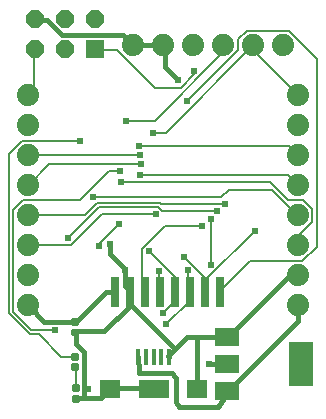
<source format=gtl>
G75*
G70*
%OFA0B0*%
%FSLAX24Y24*%
%IPPOS*%
%LPD*%
%AMOC8*
5,1,8,0,0,1.08239X$1,22.5*
%
%ADD10R,0.0600X0.0600*%
%ADD11OC8,0.0600*%
%ADD12C,0.0125*%
%ADD13C,0.0740*%
%ADD14R,0.0300X0.1000*%
%ADD15R,0.0790X0.0590*%
%ADD16R,0.0790X0.1500*%
%ADD17R,0.0157X0.0571*%
%ADD18R,0.0709X0.0591*%
%ADD19R,0.0984X0.0591*%
%ADD20C,0.0160*%
%ADD21C,0.0240*%
%ADD22C,0.0080*%
D10*
X003141Y013452D03*
D11*
X003141Y014452D03*
X002141Y014452D03*
X002141Y013452D03*
X001141Y013452D03*
X001141Y014452D03*
D12*
X002424Y004429D02*
X002424Y004303D01*
X002424Y004429D02*
X002550Y004429D01*
X002550Y004303D01*
X002424Y004303D01*
X002424Y004427D02*
X002550Y004427D01*
X002424Y004079D02*
X002424Y003953D01*
X002424Y004079D02*
X002550Y004079D01*
X002550Y003953D01*
X002424Y003953D01*
X002424Y004077D02*
X002550Y004077D01*
X002430Y003267D02*
X002430Y003141D01*
X002430Y003267D02*
X002556Y003267D01*
X002556Y003141D01*
X002430Y003141D01*
X002430Y003265D02*
X002556Y003265D01*
X002430Y002917D02*
X002430Y002791D01*
X002430Y002917D02*
X002556Y002917D01*
X002556Y002791D01*
X002430Y002791D01*
X002430Y002915D02*
X002556Y002915D01*
X002566Y002090D02*
X002440Y002090D01*
X002440Y002216D01*
X002566Y002216D01*
X002566Y002090D01*
X002566Y002214D02*
X002440Y002214D01*
X002440Y001740D02*
X002566Y001740D01*
X002440Y001740D02*
X002440Y001866D01*
X002566Y001866D01*
X002566Y001740D01*
X002566Y001864D02*
X002440Y001864D01*
D13*
X000915Y004914D03*
X000915Y005914D03*
X000915Y006914D03*
X000915Y007914D03*
X000915Y008914D03*
X000915Y009914D03*
X000915Y010914D03*
X000915Y011914D03*
X004416Y013589D03*
X005416Y013589D03*
X006416Y013589D03*
X007416Y013589D03*
X008416Y013589D03*
X009416Y013589D03*
X009917Y011914D03*
X009917Y010914D03*
X009917Y009914D03*
X009917Y008914D03*
X009917Y007914D03*
X009917Y006914D03*
X009917Y005914D03*
X009917Y004914D03*
D14*
X007309Y005372D03*
X006809Y005372D03*
X006309Y005372D03*
X005809Y005372D03*
X005309Y005372D03*
X004809Y005372D03*
X004309Y005372D03*
X003809Y005372D03*
D15*
X007539Y003868D03*
X007539Y002968D03*
X007539Y002068D03*
D16*
X010019Y002978D03*
D17*
X005614Y003207D03*
X005358Y003207D03*
X005102Y003207D03*
X004846Y003207D03*
X004590Y003207D03*
D18*
X003651Y002135D03*
X006553Y002135D03*
D19*
X005102Y002135D03*
D20*
X005079Y002157D01*
X003729Y002157D01*
X003651Y002135D01*
X003639Y002127D01*
X003339Y001827D01*
X002769Y001827D01*
X002769Y002127D01*
X002919Y002127D01*
X002769Y002127D02*
X002769Y003357D01*
X002499Y003627D01*
X002499Y003987D01*
X002487Y004016D01*
X002559Y004047D01*
X003459Y004047D01*
X004299Y004887D01*
X004309Y005372D01*
X004359Y005307D01*
X004359Y004917D01*
X005814Y003462D01*
X005589Y003237D01*
X005614Y003207D01*
X005814Y003462D02*
X006219Y003867D01*
X006549Y003867D01*
X006549Y002157D01*
X006553Y002135D01*
X006939Y002967D02*
X007539Y002967D01*
X007539Y002968D01*
X007599Y002097D02*
X007539Y002068D01*
X007539Y001857D01*
X007463Y001844D01*
X007239Y001543D01*
X005955Y001543D01*
X005843Y001694D01*
X005843Y002509D01*
X005710Y002656D01*
X004600Y002653D01*
X004600Y002733D01*
X004590Y003207D01*
X004329Y005367D02*
X004309Y005372D01*
X004299Y005397D01*
X004149Y005547D01*
X004149Y006087D01*
X004119Y006147D01*
X003639Y006627D01*
X003639Y006957D01*
X003519Y005367D02*
X002559Y004407D01*
X002487Y004366D01*
X002469Y004377D01*
X001449Y004377D01*
X000939Y004887D01*
X000915Y004914D01*
X002529Y001827D02*
X002503Y001803D01*
X002529Y001827D02*
X002769Y001827D01*
X003519Y005367D02*
X003789Y005367D01*
X003809Y005372D01*
X006549Y003867D02*
X007539Y003867D01*
X007539Y003868D01*
X007599Y003897D01*
X009609Y005907D01*
X009909Y005907D01*
X009917Y005914D01*
X009917Y004914D02*
X009909Y004887D01*
X009909Y004407D01*
X007599Y002097D01*
X005919Y012417D02*
X005469Y012867D01*
X005469Y013527D01*
X005416Y013589D01*
X005409Y013587D01*
X004479Y013587D01*
X004416Y013589D01*
X004389Y013617D01*
X004089Y013917D01*
X002049Y013917D01*
X001539Y014427D01*
X001149Y014427D01*
X001141Y014452D01*
D21*
X002649Y010407D03*
X003969Y009387D03*
X003999Y009027D03*
X004659Y009267D03*
X004689Y009627D03*
X004659Y009927D03*
X004629Y010227D03*
X005079Y010677D03*
X004179Y011067D03*
X005919Y012417D03*
X006219Y011727D03*
X006459Y012717D03*
X007479Y008307D03*
X007209Y008067D03*
X006999Y007797D03*
X006699Y007557D03*
X006129Y006537D03*
X006249Y006087D03*
X006999Y006267D03*
X008469Y007407D03*
X005529Y004287D03*
X005409Y004677D03*
X005289Y006057D03*
X004959Y006717D03*
X004149Y006087D03*
X003639Y006957D03*
X003279Y006897D03*
X003939Y007617D03*
X003069Y008517D03*
X002259Y007167D03*
X001809Y004107D03*
X002919Y002127D03*
X005169Y007947D03*
X006939Y002967D03*
D22*
X002019Y003207D02*
X001269Y003957D01*
X000969Y003957D01*
X000279Y004647D01*
X000279Y009957D01*
X000729Y010407D01*
X002649Y010407D01*
X003609Y009387D02*
X003969Y009387D01*
X003999Y009027D02*
X008979Y009027D01*
X009579Y008427D01*
X010089Y008427D01*
X010389Y008127D01*
X010389Y007707D01*
X009939Y007257D01*
X009939Y006927D01*
X009917Y006914D01*
X010059Y006387D02*
X008319Y006387D01*
X007329Y005397D01*
X007309Y005372D01*
X006809Y005372D02*
X006819Y005757D01*
X008469Y007407D01*
X009039Y008757D02*
X007599Y008757D01*
X007359Y008517D01*
X003069Y008517D01*
X003219Y008337D02*
X002799Y007917D01*
X000939Y007917D01*
X000915Y007914D01*
X000429Y008097D02*
X000759Y008427D01*
X002649Y008427D01*
X003609Y009387D01*
X003219Y008337D02*
X005319Y008337D01*
X005349Y008307D01*
X007479Y008307D01*
X007209Y008067D02*
X005379Y008067D01*
X005259Y008187D01*
X003279Y008187D01*
X002259Y007167D01*
X002349Y006927D02*
X000939Y006927D01*
X000915Y006914D01*
X000429Y008097D02*
X000429Y004707D01*
X001029Y004107D01*
X001809Y004107D01*
X002019Y003207D02*
X002469Y003207D01*
X002493Y003204D01*
X002493Y002854D02*
X002499Y002847D01*
X002499Y002157D01*
X002503Y002153D01*
X004809Y005397D02*
X004719Y005487D01*
X004719Y006807D01*
X005469Y007557D01*
X006699Y007557D01*
X006999Y007797D02*
X006999Y006267D01*
X006789Y005877D02*
X006129Y006537D01*
X006249Y006087D02*
X006249Y005457D01*
X006309Y005397D01*
X006309Y005372D01*
X006309Y005337D01*
X006309Y005067D01*
X005529Y004287D01*
X005409Y004677D02*
X005799Y005067D01*
X005799Y005337D01*
X005809Y005372D01*
X005799Y005397D01*
X005799Y005877D01*
X004959Y006717D01*
X005289Y006057D02*
X005289Y005397D01*
X005309Y005372D01*
X004809Y005397D02*
X004809Y005372D01*
X003279Y006897D02*
X003279Y006957D01*
X003939Y007617D01*
X003369Y007947D02*
X002349Y006927D01*
X003369Y007947D02*
X005169Y007947D01*
X004659Y009267D02*
X009579Y009267D01*
X009909Y008937D01*
X009917Y008914D01*
X009039Y008757D02*
X009909Y007887D01*
X009917Y007914D01*
X010539Y006867D02*
X010059Y006387D01*
X010539Y006867D02*
X010539Y013137D01*
X009609Y014067D01*
X008199Y014067D01*
X007929Y013797D01*
X007929Y013437D01*
X006219Y011727D01*
X006009Y012177D02*
X006459Y012627D01*
X006459Y012717D01*
X006009Y012177D02*
X005139Y012177D01*
X003879Y013437D01*
X003159Y013437D01*
X003141Y013452D01*
X004179Y011067D02*
X005139Y011067D01*
X007389Y013317D01*
X007389Y013587D01*
X007416Y013589D01*
X008349Y013497D02*
X008416Y013589D01*
X008409Y013587D01*
X005499Y010677D01*
X005079Y010677D01*
X004629Y010227D02*
X009609Y010227D01*
X009909Y009927D01*
X009917Y009914D01*
X009917Y011914D02*
X009909Y011937D01*
X008349Y013497D01*
X004689Y009627D02*
X001629Y009627D01*
X000939Y008937D01*
X000915Y008914D01*
X000915Y009914D02*
X000939Y009927D01*
X004659Y009927D01*
X006789Y005877D02*
X006789Y005397D01*
X006809Y005372D01*
X000939Y011937D02*
X001119Y012117D01*
X001119Y013437D01*
X001141Y013452D01*
X000939Y011937D02*
X000915Y011914D01*
M02*

</source>
